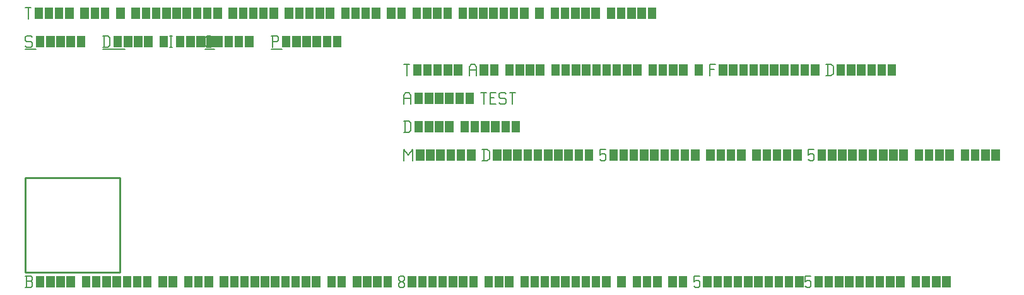
<source format=gbr>
G04 start of page 4 for group -1 layer_idx 268435461 *
G04 Title: Arc with clearline flag, <virtual group> *
G04 Creator: <version>
G04 CreationDate: <date>
G04 For: TEST *
G04 Format: Gerber/RS-274X *
G04 PCB-Dimensions: 50000 50000 *
G04 PCB-Coordinate-Origin: lower left *
%MOIN*%
%FSLAX25Y25*%
%LNLOGICAL_VIRTUAL_FAB_NONE*%
%ADD18C,0.0100*%
%ADD17C,0.0001*%
%ADD16C,0.0060*%
G54D16*X3000Y125000D02*X3750Y124250D01*
X750Y125000D02*X3000D01*
X0Y124250D02*X750Y125000D01*
X0Y124250D02*Y122750D01*
X750Y122000D01*
X3000D01*
X3750Y121250D01*
Y119750D01*
X3000Y119000D02*X3750Y119750D01*
X750Y119000D02*X3000D01*
X0Y119750D02*X750Y119000D01*
G54D17*G36*
X5550Y125000D02*X10050D01*
Y119000D01*
X5550D01*
Y125000D01*
G37*
G36*
X10950D02*X15450D01*
Y119000D01*
X10950D01*
Y125000D01*
G37*
G36*
X16350D02*X20850D01*
Y119000D01*
X16350D01*
Y125000D01*
G37*
G36*
X21750D02*X26250D01*
Y119000D01*
X21750D01*
Y125000D01*
G37*
G36*
X27150D02*X31650D01*
Y119000D01*
X27150D01*
Y125000D01*
G37*
G54D16*X0Y118000D02*X5550D01*
X41750Y125000D02*Y119000D01*
X43700Y125000D02*X44750Y123950D01*
Y120050D01*
X43700Y119000D02*X44750Y120050D01*
X41000Y119000D02*X43700D01*
X41000Y125000D02*X43700D01*
G54D17*G36*
X46550D02*X51050D01*
Y119000D01*
X46550D01*
Y125000D01*
G37*
G36*
X51950D02*X56450D01*
Y119000D01*
X51950D01*
Y125000D01*
G37*
G36*
X57350D02*X61850D01*
Y119000D01*
X57350D01*
Y125000D01*
G37*
G36*
X62750D02*X67250D01*
Y119000D01*
X62750D01*
Y125000D01*
G37*
G36*
X70850D02*X75350D01*
Y119000D01*
X70850D01*
Y125000D01*
G37*
G54D16*X76250D02*X77750D01*
X77000D02*Y119000D01*
X76250D02*X77750D01*
G54D17*G36*
X79550Y125000D02*X84050D01*
Y119000D01*
X79550D01*
Y125000D01*
G37*
G36*
X84950D02*X89450D01*
Y119000D01*
X84950D01*
Y125000D01*
G37*
G36*
X90350D02*X94850D01*
Y119000D01*
X90350D01*
Y125000D01*
G37*
G36*
X95750D02*X100250D01*
Y119000D01*
X95750D01*
Y125000D01*
G37*
G54D16*X41000Y118000D02*X52550D01*
X96050Y119000D02*X98000D01*
X95000Y120050D02*X96050Y119000D01*
X95000Y123950D02*Y120050D01*
Y123950D02*X96050Y125000D01*
X98000D01*
G54D17*G36*
X99800D02*X104300D01*
Y119000D01*
X99800D01*
Y125000D01*
G37*
G36*
X105200D02*X109700D01*
Y119000D01*
X105200D01*
Y125000D01*
G37*
G36*
X110600D02*X115100D01*
Y119000D01*
X110600D01*
Y125000D01*
G37*
G36*
X116000D02*X120500D01*
Y119000D01*
X116000D01*
Y125000D01*
G37*
G54D16*X95000Y118000D02*X99800D01*
X130750Y125000D02*Y119000D01*
X130000Y125000D02*X133000D01*
X133750Y124250D01*
Y122750D01*
X133000Y122000D02*X133750Y122750D01*
X130750Y122000D02*X133000D01*
G54D17*G36*
X135550Y125000D02*X140050D01*
Y119000D01*
X135550D01*
Y125000D01*
G37*
G36*
X140950D02*X145450D01*
Y119000D01*
X140950D01*
Y125000D01*
G37*
G36*
X146350D02*X150850D01*
Y119000D01*
X146350D01*
Y125000D01*
G37*
G36*
X151750D02*X156250D01*
Y119000D01*
X151750D01*
Y125000D01*
G37*
G36*
X157150D02*X161650D01*
Y119000D01*
X157150D01*
Y125000D01*
G37*
G36*
X162550D02*X167050D01*
Y119000D01*
X162550D01*
Y125000D01*
G37*
G54D16*X130000Y118000D02*X135550D01*
X0Y140000D02*X3000D01*
X1500D02*Y134000D01*
G54D17*G36*
X4800Y140000D02*X9300D01*
Y134000D01*
X4800D01*
Y140000D01*
G37*
G36*
X10200D02*X14700D01*
Y134000D01*
X10200D01*
Y140000D01*
G37*
G36*
X15600D02*X20100D01*
Y134000D01*
X15600D01*
Y140000D01*
G37*
G36*
X21000D02*X25500D01*
Y134000D01*
X21000D01*
Y140000D01*
G37*
G36*
X29100D02*X33600D01*
Y134000D01*
X29100D01*
Y140000D01*
G37*
G36*
X34500D02*X39000D01*
Y134000D01*
X34500D01*
Y140000D01*
G37*
G36*
X39900D02*X44400D01*
Y134000D01*
X39900D01*
Y140000D01*
G37*
G36*
X48000D02*X52500D01*
Y134000D01*
X48000D01*
Y140000D01*
G37*
G36*
X56100D02*X60600D01*
Y134000D01*
X56100D01*
Y140000D01*
G37*
G36*
X61500D02*X66000D01*
Y134000D01*
X61500D01*
Y140000D01*
G37*
G36*
X66900D02*X71400D01*
Y134000D01*
X66900D01*
Y140000D01*
G37*
G36*
X72300D02*X76800D01*
Y134000D01*
X72300D01*
Y140000D01*
G37*
G36*
X77700D02*X82200D01*
Y134000D01*
X77700D01*
Y140000D01*
G37*
G36*
X83100D02*X87600D01*
Y134000D01*
X83100D01*
Y140000D01*
G37*
G36*
X88500D02*X93000D01*
Y134000D01*
X88500D01*
Y140000D01*
G37*
G36*
X93900D02*X98400D01*
Y134000D01*
X93900D01*
Y140000D01*
G37*
G36*
X99300D02*X103800D01*
Y134000D01*
X99300D01*
Y140000D01*
G37*
G36*
X107400D02*X111900D01*
Y134000D01*
X107400D01*
Y140000D01*
G37*
G36*
X112800D02*X117300D01*
Y134000D01*
X112800D01*
Y140000D01*
G37*
G36*
X118200D02*X122700D01*
Y134000D01*
X118200D01*
Y140000D01*
G37*
G36*
X123600D02*X128100D01*
Y134000D01*
X123600D01*
Y140000D01*
G37*
G36*
X129000D02*X133500D01*
Y134000D01*
X129000D01*
Y140000D01*
G37*
G36*
X137100D02*X141600D01*
Y134000D01*
X137100D01*
Y140000D01*
G37*
G36*
X142500D02*X147000D01*
Y134000D01*
X142500D01*
Y140000D01*
G37*
G36*
X147900D02*X152400D01*
Y134000D01*
X147900D01*
Y140000D01*
G37*
G36*
X153300D02*X157800D01*
Y134000D01*
X153300D01*
Y140000D01*
G37*
G36*
X158700D02*X163200D01*
Y134000D01*
X158700D01*
Y140000D01*
G37*
G36*
X166800D02*X171300D01*
Y134000D01*
X166800D01*
Y140000D01*
G37*
G36*
X172200D02*X176700D01*
Y134000D01*
X172200D01*
Y140000D01*
G37*
G36*
X177600D02*X182100D01*
Y134000D01*
X177600D01*
Y140000D01*
G37*
G36*
X183000D02*X187500D01*
Y134000D01*
X183000D01*
Y140000D01*
G37*
G36*
X191100D02*X195600D01*
Y134000D01*
X191100D01*
Y140000D01*
G37*
G36*
X196500D02*X201000D01*
Y134000D01*
X196500D01*
Y140000D01*
G37*
G36*
X204600D02*X209100D01*
Y134000D01*
X204600D01*
Y140000D01*
G37*
G36*
X210000D02*X214500D01*
Y134000D01*
X210000D01*
Y140000D01*
G37*
G36*
X215400D02*X219900D01*
Y134000D01*
X215400D01*
Y140000D01*
G37*
G36*
X220800D02*X225300D01*
Y134000D01*
X220800D01*
Y140000D01*
G37*
G36*
X228900D02*X233400D01*
Y134000D01*
X228900D01*
Y140000D01*
G37*
G36*
X234300D02*X238800D01*
Y134000D01*
X234300D01*
Y140000D01*
G37*
G36*
X239700D02*X244200D01*
Y134000D01*
X239700D01*
Y140000D01*
G37*
G36*
X245100D02*X249600D01*
Y134000D01*
X245100D01*
Y140000D01*
G37*
G36*
X250500D02*X255000D01*
Y134000D01*
X250500D01*
Y140000D01*
G37*
G36*
X255900D02*X260400D01*
Y134000D01*
X255900D01*
Y140000D01*
G37*
G36*
X261300D02*X265800D01*
Y134000D01*
X261300D01*
Y140000D01*
G37*
G36*
X269400D02*X273900D01*
Y134000D01*
X269400D01*
Y140000D01*
G37*
G36*
X277500D02*X282000D01*
Y134000D01*
X277500D01*
Y140000D01*
G37*
G36*
X282900D02*X287400D01*
Y134000D01*
X282900D01*
Y140000D01*
G37*
G36*
X288300D02*X292800D01*
Y134000D01*
X288300D01*
Y140000D01*
G37*
G36*
X293700D02*X298200D01*
Y134000D01*
X293700D01*
Y140000D01*
G37*
G36*
X299100D02*X303600D01*
Y134000D01*
X299100D01*
Y140000D01*
G37*
G36*
X307200D02*X311700D01*
Y134000D01*
X307200D01*
Y140000D01*
G37*
G36*
X312600D02*X317100D01*
Y134000D01*
X312600D01*
Y140000D01*
G37*
G36*
X318000D02*X322500D01*
Y134000D01*
X318000D01*
Y140000D01*
G37*
G36*
X323400D02*X327900D01*
Y134000D01*
X323400D01*
Y140000D01*
G37*
G36*
X328800D02*X333300D01*
Y134000D01*
X328800D01*
Y140000D01*
G37*
G54D18*X0Y50000D02*X50000D01*
X0D02*Y0D01*
X50000Y50000D02*Y0D01*
X0D02*X50000D01*
G54D16*X200000Y65000D02*Y59000D01*
Y65000D02*X202250Y62000D01*
X204500Y65000D01*
Y59000D01*
G54D17*G36*
X206300Y65000D02*X210800D01*
Y59000D01*
X206300D01*
Y65000D01*
G37*
G36*
X211700D02*X216200D01*
Y59000D01*
X211700D01*
Y65000D01*
G37*
G36*
X217100D02*X221600D01*
Y59000D01*
X217100D01*
Y65000D01*
G37*
G36*
X222500D02*X227000D01*
Y59000D01*
X222500D01*
Y65000D01*
G37*
G36*
X227900D02*X232400D01*
Y59000D01*
X227900D01*
Y65000D01*
G37*
G36*
X233300D02*X237800D01*
Y59000D01*
X233300D01*
Y65000D01*
G37*
G54D16*X242150D02*Y59000D01*
X244100Y65000D02*X245150Y63950D01*
Y60050D01*
X244100Y59000D02*X245150Y60050D01*
X241400Y59000D02*X244100D01*
X241400Y65000D02*X244100D01*
G54D17*G36*
X246950D02*X251450D01*
Y59000D01*
X246950D01*
Y65000D01*
G37*
G36*
X252350D02*X256850D01*
Y59000D01*
X252350D01*
Y65000D01*
G37*
G36*
X257750D02*X262250D01*
Y59000D01*
X257750D01*
Y65000D01*
G37*
G36*
X263150D02*X267650D01*
Y59000D01*
X263150D01*
Y65000D01*
G37*
G36*
X268550D02*X273050D01*
Y59000D01*
X268550D01*
Y65000D01*
G37*
G36*
X273950D02*X278450D01*
Y59000D01*
X273950D01*
Y65000D01*
G37*
G36*
X279350D02*X283850D01*
Y59000D01*
X279350D01*
Y65000D01*
G37*
G36*
X284750D02*X289250D01*
Y59000D01*
X284750D01*
Y65000D01*
G37*
G36*
X290150D02*X294650D01*
Y59000D01*
X290150D01*
Y65000D01*
G37*
G36*
X295550D02*X300050D01*
Y59000D01*
X295550D01*
Y65000D01*
G37*
G54D16*X303650D02*X306650D01*
X303650D02*Y62000D01*
X304400Y62750D01*
X305900D01*
X306650Y62000D01*
Y59750D01*
X305900Y59000D02*X306650Y59750D01*
X304400Y59000D02*X305900D01*
X303650Y59750D02*X304400Y59000D01*
G54D17*G36*
X308450Y65000D02*X312950D01*
Y59000D01*
X308450D01*
Y65000D01*
G37*
G36*
X313850D02*X318350D01*
Y59000D01*
X313850D01*
Y65000D01*
G37*
G36*
X319250D02*X323750D01*
Y59000D01*
X319250D01*
Y65000D01*
G37*
G36*
X324650D02*X329150D01*
Y59000D01*
X324650D01*
Y65000D01*
G37*
G36*
X330050D02*X334550D01*
Y59000D01*
X330050D01*
Y65000D01*
G37*
G36*
X335450D02*X339950D01*
Y59000D01*
X335450D01*
Y65000D01*
G37*
G36*
X340850D02*X345350D01*
Y59000D01*
X340850D01*
Y65000D01*
G37*
G36*
X346250D02*X350750D01*
Y59000D01*
X346250D01*
Y65000D01*
G37*
G36*
X351650D02*X356150D01*
Y59000D01*
X351650D01*
Y65000D01*
G37*
G36*
X359750D02*X364250D01*
Y59000D01*
X359750D01*
Y65000D01*
G37*
G36*
X365150D02*X369650D01*
Y59000D01*
X365150D01*
Y65000D01*
G37*
G36*
X370550D02*X375050D01*
Y59000D01*
X370550D01*
Y65000D01*
G37*
G36*
X375950D02*X380450D01*
Y59000D01*
X375950D01*
Y65000D01*
G37*
G36*
X384050D02*X388550D01*
Y59000D01*
X384050D01*
Y65000D01*
G37*
G36*
X389450D02*X393950D01*
Y59000D01*
X389450D01*
Y65000D01*
G37*
G36*
X394850D02*X399350D01*
Y59000D01*
X394850D01*
Y65000D01*
G37*
G36*
X400250D02*X404750D01*
Y59000D01*
X400250D01*
Y65000D01*
G37*
G36*
X405650D02*X410150D01*
Y59000D01*
X405650D01*
Y65000D01*
G37*
G54D16*X413750D02*X416750D01*
X413750D02*Y62000D01*
X414500Y62750D01*
X416000D01*
X416750Y62000D01*
Y59750D01*
X416000Y59000D02*X416750Y59750D01*
X414500Y59000D02*X416000D01*
X413750Y59750D02*X414500Y59000D01*
G54D17*G36*
X418550Y65000D02*X423050D01*
Y59000D01*
X418550D01*
Y65000D01*
G37*
G36*
X423950D02*X428450D01*
Y59000D01*
X423950D01*
Y65000D01*
G37*
G36*
X429350D02*X433850D01*
Y59000D01*
X429350D01*
Y65000D01*
G37*
G36*
X434750D02*X439250D01*
Y59000D01*
X434750D01*
Y65000D01*
G37*
G36*
X440150D02*X444650D01*
Y59000D01*
X440150D01*
Y65000D01*
G37*
G36*
X445550D02*X450050D01*
Y59000D01*
X445550D01*
Y65000D01*
G37*
G36*
X450950D02*X455450D01*
Y59000D01*
X450950D01*
Y65000D01*
G37*
G36*
X456350D02*X460850D01*
Y59000D01*
X456350D01*
Y65000D01*
G37*
G36*
X461750D02*X466250D01*
Y59000D01*
X461750D01*
Y65000D01*
G37*
G36*
X469850D02*X474350D01*
Y59000D01*
X469850D01*
Y65000D01*
G37*
G36*
X475250D02*X479750D01*
Y59000D01*
X475250D01*
Y65000D01*
G37*
G36*
X480650D02*X485150D01*
Y59000D01*
X480650D01*
Y65000D01*
G37*
G36*
X486050D02*X490550D01*
Y59000D01*
X486050D01*
Y65000D01*
G37*
G36*
X494150D02*X498650D01*
Y59000D01*
X494150D01*
Y65000D01*
G37*
G36*
X499550D02*X504050D01*
Y59000D01*
X499550D01*
Y65000D01*
G37*
G36*
X504950D02*X509450D01*
Y59000D01*
X504950D01*
Y65000D01*
G37*
G36*
X510350D02*X514850D01*
Y59000D01*
X510350D01*
Y65000D01*
G37*
G54D16*X0Y-8000D02*X3000D01*
X3750Y-7250D01*
Y-5450D02*Y-7250D01*
X3000Y-4700D02*X3750Y-5450D01*
X750Y-4700D02*X3000D01*
X750Y-2000D02*Y-8000D01*
X0Y-2000D02*X3000D01*
X3750Y-2750D01*
Y-3950D01*
X3000Y-4700D02*X3750Y-3950D01*
G54D17*G36*
X5550Y-2000D02*X10050D01*
Y-8000D01*
X5550D01*
Y-2000D01*
G37*
G36*
X10950D02*X15450D01*
Y-8000D01*
X10950D01*
Y-2000D01*
G37*
G36*
X16350D02*X20850D01*
Y-8000D01*
X16350D01*
Y-2000D01*
G37*
G36*
X21750D02*X26250D01*
Y-8000D01*
X21750D01*
Y-2000D01*
G37*
G36*
X29850D02*X34350D01*
Y-8000D01*
X29850D01*
Y-2000D01*
G37*
G36*
X35250D02*X39750D01*
Y-8000D01*
X35250D01*
Y-2000D01*
G37*
G36*
X40650D02*X45150D01*
Y-8000D01*
X40650D01*
Y-2000D01*
G37*
G36*
X46050D02*X50550D01*
Y-8000D01*
X46050D01*
Y-2000D01*
G37*
G36*
X51450D02*X55950D01*
Y-8000D01*
X51450D01*
Y-2000D01*
G37*
G36*
X56850D02*X61350D01*
Y-8000D01*
X56850D01*
Y-2000D01*
G37*
G36*
X62250D02*X66750D01*
Y-8000D01*
X62250D01*
Y-2000D01*
G37*
G36*
X70350D02*X74850D01*
Y-8000D01*
X70350D01*
Y-2000D01*
G37*
G36*
X75750D02*X80250D01*
Y-8000D01*
X75750D01*
Y-2000D01*
G37*
G36*
X83850D02*X88350D01*
Y-8000D01*
X83850D01*
Y-2000D01*
G37*
G36*
X89250D02*X93750D01*
Y-8000D01*
X89250D01*
Y-2000D01*
G37*
G36*
X94650D02*X99150D01*
Y-8000D01*
X94650D01*
Y-2000D01*
G37*
G36*
X102750D02*X107250D01*
Y-8000D01*
X102750D01*
Y-2000D01*
G37*
G36*
X108150D02*X112650D01*
Y-8000D01*
X108150D01*
Y-2000D01*
G37*
G36*
X113550D02*X118050D01*
Y-8000D01*
X113550D01*
Y-2000D01*
G37*
G36*
X118950D02*X123450D01*
Y-8000D01*
X118950D01*
Y-2000D01*
G37*
G36*
X124350D02*X128850D01*
Y-8000D01*
X124350D01*
Y-2000D01*
G37*
G36*
X129750D02*X134250D01*
Y-8000D01*
X129750D01*
Y-2000D01*
G37*
G36*
X135150D02*X139650D01*
Y-8000D01*
X135150D01*
Y-2000D01*
G37*
G36*
X140550D02*X145050D01*
Y-8000D01*
X140550D01*
Y-2000D01*
G37*
G36*
X145950D02*X150450D01*
Y-8000D01*
X145950D01*
Y-2000D01*
G37*
G36*
X151350D02*X155850D01*
Y-8000D01*
X151350D01*
Y-2000D01*
G37*
G36*
X159450D02*X163950D01*
Y-8000D01*
X159450D01*
Y-2000D01*
G37*
G36*
X164850D02*X169350D01*
Y-8000D01*
X164850D01*
Y-2000D01*
G37*
G36*
X172950D02*X177450D01*
Y-8000D01*
X172950D01*
Y-2000D01*
G37*
G36*
X178350D02*X182850D01*
Y-8000D01*
X178350D01*
Y-2000D01*
G37*
G36*
X183750D02*X188250D01*
Y-8000D01*
X183750D01*
Y-2000D01*
G37*
G36*
X189150D02*X193650D01*
Y-8000D01*
X189150D01*
Y-2000D01*
G37*
G54D16*X197250Y-7250D02*X198000Y-8000D01*
X197250Y-6050D02*Y-7250D01*
Y-6050D02*X198300Y-5000D01*
X199200D01*
X200250Y-6050D01*
Y-7250D01*
X199500Y-8000D02*X200250Y-7250D01*
X198000Y-8000D02*X199500D01*
X197250Y-3950D02*X198300Y-5000D01*
X197250Y-2750D02*Y-3950D01*
Y-2750D02*X198000Y-2000D01*
X199500D01*
X200250Y-2750D01*
Y-3950D01*
X199200Y-5000D02*X200250Y-3950D01*
G54D17*G36*
X202050Y-2000D02*X206550D01*
Y-8000D01*
X202050D01*
Y-2000D01*
G37*
G36*
X207450D02*X211950D01*
Y-8000D01*
X207450D01*
Y-2000D01*
G37*
G36*
X212850D02*X217350D01*
Y-8000D01*
X212850D01*
Y-2000D01*
G37*
G36*
X218250D02*X222750D01*
Y-8000D01*
X218250D01*
Y-2000D01*
G37*
G36*
X223650D02*X228150D01*
Y-8000D01*
X223650D01*
Y-2000D01*
G37*
G36*
X229050D02*X233550D01*
Y-8000D01*
X229050D01*
Y-2000D01*
G37*
G36*
X234450D02*X238950D01*
Y-8000D01*
X234450D01*
Y-2000D01*
G37*
G36*
X242550D02*X247050D01*
Y-8000D01*
X242550D01*
Y-2000D01*
G37*
G36*
X247950D02*X252450D01*
Y-8000D01*
X247950D01*
Y-2000D01*
G37*
G36*
X253350D02*X257850D01*
Y-8000D01*
X253350D01*
Y-2000D01*
G37*
G36*
X261450D02*X265950D01*
Y-8000D01*
X261450D01*
Y-2000D01*
G37*
G36*
X266850D02*X271350D01*
Y-8000D01*
X266850D01*
Y-2000D01*
G37*
G36*
X272250D02*X276750D01*
Y-8000D01*
X272250D01*
Y-2000D01*
G37*
G36*
X277650D02*X282150D01*
Y-8000D01*
X277650D01*
Y-2000D01*
G37*
G36*
X283050D02*X287550D01*
Y-8000D01*
X283050D01*
Y-2000D01*
G37*
G36*
X288450D02*X292950D01*
Y-8000D01*
X288450D01*
Y-2000D01*
G37*
G36*
X293850D02*X298350D01*
Y-8000D01*
X293850D01*
Y-2000D01*
G37*
G36*
X299250D02*X303750D01*
Y-8000D01*
X299250D01*
Y-2000D01*
G37*
G36*
X304650D02*X309150D01*
Y-8000D01*
X304650D01*
Y-2000D01*
G37*
G36*
X312750D02*X317250D01*
Y-8000D01*
X312750D01*
Y-2000D01*
G37*
G36*
X320850D02*X325350D01*
Y-8000D01*
X320850D01*
Y-2000D01*
G37*
G36*
X326250D02*X330750D01*
Y-8000D01*
X326250D01*
Y-2000D01*
G37*
G36*
X331650D02*X336150D01*
Y-8000D01*
X331650D01*
Y-2000D01*
G37*
G36*
X339750D02*X344250D01*
Y-8000D01*
X339750D01*
Y-2000D01*
G37*
G36*
X345150D02*X349650D01*
Y-8000D01*
X345150D01*
Y-2000D01*
G37*
G54D16*X353250D02*X356250D01*
X353250D02*Y-5000D01*
X354000Y-4250D01*
X355500D01*
X356250Y-5000D01*
Y-7250D01*
X355500Y-8000D02*X356250Y-7250D01*
X354000Y-8000D02*X355500D01*
X353250Y-7250D02*X354000Y-8000D01*
G54D17*G36*
X358050Y-2000D02*X362550D01*
Y-8000D01*
X358050D01*
Y-2000D01*
G37*
G36*
X363450D02*X367950D01*
Y-8000D01*
X363450D01*
Y-2000D01*
G37*
G36*
X368850D02*X373350D01*
Y-8000D01*
X368850D01*
Y-2000D01*
G37*
G36*
X374250D02*X378750D01*
Y-8000D01*
X374250D01*
Y-2000D01*
G37*
G36*
X379650D02*X384150D01*
Y-8000D01*
X379650D01*
Y-2000D01*
G37*
G36*
X385050D02*X389550D01*
Y-8000D01*
X385050D01*
Y-2000D01*
G37*
G36*
X390450D02*X394950D01*
Y-8000D01*
X390450D01*
Y-2000D01*
G37*
G36*
X395850D02*X400350D01*
Y-8000D01*
X395850D01*
Y-2000D01*
G37*
G36*
X401250D02*X405750D01*
Y-8000D01*
X401250D01*
Y-2000D01*
G37*
G36*
X406650D02*X411150D01*
Y-8000D01*
X406650D01*
Y-2000D01*
G37*
G54D16*X412050D02*X415050D01*
X412050D02*Y-5000D01*
X412800Y-4250D01*
X414300D01*
X415050Y-5000D01*
Y-7250D01*
X414300Y-8000D02*X415050Y-7250D01*
X412800Y-8000D02*X414300D01*
X412050Y-7250D02*X412800Y-8000D01*
G54D17*G36*
X416850Y-2000D02*X421350D01*
Y-8000D01*
X416850D01*
Y-2000D01*
G37*
G36*
X422250D02*X426750D01*
Y-8000D01*
X422250D01*
Y-2000D01*
G37*
G36*
X427650D02*X432150D01*
Y-8000D01*
X427650D01*
Y-2000D01*
G37*
G36*
X433050D02*X437550D01*
Y-8000D01*
X433050D01*
Y-2000D01*
G37*
G36*
X438450D02*X442950D01*
Y-8000D01*
X438450D01*
Y-2000D01*
G37*
G36*
X443850D02*X448350D01*
Y-8000D01*
X443850D01*
Y-2000D01*
G37*
G36*
X449250D02*X453750D01*
Y-8000D01*
X449250D01*
Y-2000D01*
G37*
G36*
X454650D02*X459150D01*
Y-8000D01*
X454650D01*
Y-2000D01*
G37*
G36*
X460050D02*X464550D01*
Y-8000D01*
X460050D01*
Y-2000D01*
G37*
G36*
X468150D02*X472650D01*
Y-8000D01*
X468150D01*
Y-2000D01*
G37*
G36*
X473550D02*X478050D01*
Y-8000D01*
X473550D01*
Y-2000D01*
G37*
G36*
X478950D02*X483450D01*
Y-8000D01*
X478950D01*
Y-2000D01*
G37*
G36*
X484350D02*X488850D01*
Y-8000D01*
X484350D01*
Y-2000D01*
G37*
G54D16*X200750Y80000D02*Y74000D01*
X202700Y80000D02*X203750Y78950D01*
Y75050D01*
X202700Y74000D02*X203750Y75050D01*
X200000Y74000D02*X202700D01*
X200000Y80000D02*X202700D01*
G54D17*G36*
X205550D02*X210050D01*
Y74000D01*
X205550D01*
Y80000D01*
G37*
G36*
X210950D02*X215450D01*
Y74000D01*
X210950D01*
Y80000D01*
G37*
G36*
X216350D02*X220850D01*
Y74000D01*
X216350D01*
Y80000D01*
G37*
G36*
X221750D02*X226250D01*
Y74000D01*
X221750D01*
Y80000D01*
G37*
G36*
X229850D02*X234350D01*
Y74000D01*
X229850D01*
Y80000D01*
G37*
G36*
X235250D02*X239750D01*
Y74000D01*
X235250D01*
Y80000D01*
G37*
G36*
X240650D02*X245150D01*
Y74000D01*
X240650D01*
Y80000D01*
G37*
G36*
X246050D02*X250550D01*
Y74000D01*
X246050D01*
Y80000D01*
G37*
G36*
X251450D02*X255950D01*
Y74000D01*
X251450D01*
Y80000D01*
G37*
G36*
X256850D02*X261350D01*
Y74000D01*
X256850D01*
Y80000D01*
G37*
G54D16*X200000Y93500D02*Y89000D01*
Y93500D02*X201050Y95000D01*
X202700D01*
X203750Y93500D01*
Y89000D01*
X200000Y92000D02*X203750D01*
G54D17*G36*
X205550Y95000D02*X210050D01*
Y89000D01*
X205550D01*
Y95000D01*
G37*
G36*
X210950D02*X215450D01*
Y89000D01*
X210950D01*
Y95000D01*
G37*
G36*
X216350D02*X220850D01*
Y89000D01*
X216350D01*
Y95000D01*
G37*
G36*
X221750D02*X226250D01*
Y89000D01*
X221750D01*
Y95000D01*
G37*
G36*
X227150D02*X231650D01*
Y89000D01*
X227150D01*
Y95000D01*
G37*
G36*
X232550D02*X237050D01*
Y89000D01*
X232550D01*
Y95000D01*
G37*
G54D16*X240650D02*X243650D01*
X242150D02*Y89000D01*
X245450Y92300D02*X247700D01*
X245450Y89000D02*X248450D01*
X245450Y95000D02*Y89000D01*
Y95000D02*X248450D01*
X253250D02*X254000Y94250D01*
X251000Y95000D02*X253250D01*
X250250Y94250D02*X251000Y95000D01*
X250250Y94250D02*Y92750D01*
X251000Y92000D01*
X253250D01*
X254000Y91250D01*
Y89750D01*
X253250Y89000D02*X254000Y89750D01*
X251000Y89000D02*X253250D01*
X250250Y89750D02*X251000Y89000D01*
X255800Y95000D02*X258800D01*
X257300D02*Y89000D01*
X200000Y110000D02*X203000D01*
X201500D02*Y104000D01*
G54D17*G36*
X204800Y110000D02*X209300D01*
Y104000D01*
X204800D01*
Y110000D01*
G37*
G36*
X210200D02*X214700D01*
Y104000D01*
X210200D01*
Y110000D01*
G37*
G36*
X215600D02*X220100D01*
Y104000D01*
X215600D01*
Y110000D01*
G37*
G36*
X221000D02*X225500D01*
Y104000D01*
X221000D01*
Y110000D01*
G37*
G36*
X226400D02*X230900D01*
Y104000D01*
X226400D01*
Y110000D01*
G37*
G54D16*X234500Y108500D02*Y104000D01*
Y108500D02*X235550Y110000D01*
X237200D01*
X238250Y108500D01*
Y104000D01*
X234500Y107000D02*X238250D01*
G54D17*G36*
X240050Y110000D02*X244550D01*
Y104000D01*
X240050D01*
Y110000D01*
G37*
G36*
X245450D02*X249950D01*
Y104000D01*
X245450D01*
Y110000D01*
G37*
G36*
X253550D02*X258050D01*
Y104000D01*
X253550D01*
Y110000D01*
G37*
G36*
X258950D02*X263450D01*
Y104000D01*
X258950D01*
Y110000D01*
G37*
G36*
X264350D02*X268850D01*
Y104000D01*
X264350D01*
Y110000D01*
G37*
G36*
X269750D02*X274250D01*
Y104000D01*
X269750D01*
Y110000D01*
G37*
G36*
X277850D02*X282350D01*
Y104000D01*
X277850D01*
Y110000D01*
G37*
G36*
X283250D02*X287750D01*
Y104000D01*
X283250D01*
Y110000D01*
G37*
G36*
X288650D02*X293150D01*
Y104000D01*
X288650D01*
Y110000D01*
G37*
G36*
X294050D02*X298550D01*
Y104000D01*
X294050D01*
Y110000D01*
G37*
G36*
X299450D02*X303950D01*
Y104000D01*
X299450D01*
Y110000D01*
G37*
G36*
X304850D02*X309350D01*
Y104000D01*
X304850D01*
Y110000D01*
G37*
G36*
X310250D02*X314750D01*
Y104000D01*
X310250D01*
Y110000D01*
G37*
G36*
X315650D02*X320150D01*
Y104000D01*
X315650D01*
Y110000D01*
G37*
G36*
X321050D02*X325550D01*
Y104000D01*
X321050D01*
Y110000D01*
G37*
G36*
X329150D02*X333650D01*
Y104000D01*
X329150D01*
Y110000D01*
G37*
G36*
X334550D02*X339050D01*
Y104000D01*
X334550D01*
Y110000D01*
G37*
G36*
X339950D02*X344450D01*
Y104000D01*
X339950D01*
Y110000D01*
G37*
G36*
X345350D02*X349850D01*
Y104000D01*
X345350D01*
Y110000D01*
G37*
G36*
X353450D02*X357950D01*
Y104000D01*
X353450D01*
Y110000D01*
G37*
G54D16*X361550D02*Y104000D01*
Y110000D02*X364550D01*
X361550Y107300D02*X363800D01*
G54D17*G36*
X366350Y110000D02*X370850D01*
Y104000D01*
X366350D01*
Y110000D01*
G37*
G36*
X371750D02*X376250D01*
Y104000D01*
X371750D01*
Y110000D01*
G37*
G36*
X377150D02*X381650D01*
Y104000D01*
X377150D01*
Y110000D01*
G37*
G36*
X382550D02*X387050D01*
Y104000D01*
X382550D01*
Y110000D01*
G37*
G36*
X387950D02*X392450D01*
Y104000D01*
X387950D01*
Y110000D01*
G37*
G36*
X393350D02*X397850D01*
Y104000D01*
X393350D01*
Y110000D01*
G37*
G36*
X398750D02*X403250D01*
Y104000D01*
X398750D01*
Y110000D01*
G37*
G36*
X404150D02*X408650D01*
Y104000D01*
X404150D01*
Y110000D01*
G37*
G36*
X409550D02*X414050D01*
Y104000D01*
X409550D01*
Y110000D01*
G37*
G36*
X414950D02*X419450D01*
Y104000D01*
X414950D01*
Y110000D01*
G37*
G54D16*X423800D02*Y104000D01*
X425750Y110000D02*X426800Y108950D01*
Y105050D01*
X425750Y104000D02*X426800Y105050D01*
X423050Y104000D02*X425750D01*
X423050Y110000D02*X425750D01*
G54D17*G36*
X428600D02*X433100D01*
Y104000D01*
X428600D01*
Y110000D01*
G37*
G36*
X434000D02*X438500D01*
Y104000D01*
X434000D01*
Y110000D01*
G37*
G36*
X439400D02*X443900D01*
Y104000D01*
X439400D01*
Y110000D01*
G37*
G36*
X444800D02*X449300D01*
Y104000D01*
X444800D01*
Y110000D01*
G37*
G36*
X450200D02*X454700D01*
Y104000D01*
X450200D01*
Y110000D01*
G37*
G36*
X455600D02*X460100D01*
Y104000D01*
X455600D01*
Y110000D01*
G37*
M02*

</source>
